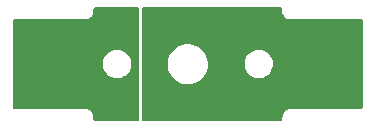
<source format=gbr>
%TF.GenerationSoftware,KiCad,Pcbnew,(6.0.0)*%
%TF.CreationDate,2022-08-17T22:15:53+12:00*%
%TF.ProjectId,TWIST_SWITCH,54574953-545f-4535-9749-5443482e6b69,v1.1*%
%TF.SameCoordinates,Original*%
%TF.FileFunction,Copper,L2,Inr*%
%TF.FilePolarity,Positive*%
%FSLAX46Y46*%
G04 Gerber Fmt 4.6, Leading zero omitted, Abs format (unit mm)*
G04 Created by KiCad (PCBNEW (6.0.0)) date 2022-08-17 22:15:53*
%MOMM*%
%LPD*%
G01*
G04 APERTURE LIST*
%TA.AperFunction,ComponentPad*%
%ADD10C,3.400000*%
%TD*%
%TA.AperFunction,ViaPad*%
%ADD11C,0.700000*%
%TD*%
G04 APERTURE END LIST*
D10*
%TO.N,GND2*%
%TO.C,H3*%
X212000000Y-150000000D03*
%TD*%
%TO.N,GND1*%
%TO.C,H1*%
X188000000Y-150000000D03*
%TD*%
D11*
%TO.N,GND2*%
X204500000Y-152500000D03*
X205500000Y-152500000D03*
X206500000Y-152500000D03*
X206500000Y-148500000D03*
X205500000Y-148500000D03*
X204500000Y-148500000D03*
X204500000Y-149500000D03*
X204500000Y-150500000D03*
X204500000Y-151500000D03*
X205500000Y-151500000D03*
X206500000Y-151500000D03*
X208500000Y-146500000D03*
X208500000Y-149500000D03*
X208500000Y-150500000D03*
X208500000Y-151500000D03*
X208500000Y-152500000D03*
X208500000Y-153500000D03*
X207500000Y-154400000D03*
X207500000Y-153500000D03*
X207500000Y-152500000D03*
X207500000Y-151500000D03*
X207500000Y-150500000D03*
X207500000Y-149500000D03*
X207500000Y-148500000D03*
X207500000Y-145600000D03*
X207500000Y-146500000D03*
X208500000Y-148500000D03*
X204500000Y-147500000D03*
X205500000Y-147500000D03*
X206500000Y-147500000D03*
X207500000Y-147500000D03*
X208500000Y-147500000D03*
%TO.N,GND1*%
X192500000Y-154400000D03*
X192500000Y-153500000D03*
X194500000Y-151500000D03*
X193500000Y-151500000D03*
X192500000Y-151500000D03*
X192500000Y-150500000D03*
X192500000Y-149500000D03*
X193500000Y-148500000D03*
X194500000Y-148500000D03*
X195500000Y-148500000D03*
X195500000Y-149500000D03*
X195500000Y-150500000D03*
X195500000Y-151500000D03*
X195500000Y-152500000D03*
X194500000Y-152500000D03*
X193500000Y-152500000D03*
X192500000Y-152500000D03*
X191500000Y-153500000D03*
X191500000Y-152500000D03*
X191500000Y-151500000D03*
X191500000Y-150500000D03*
X191500000Y-149500000D03*
X191500000Y-148500000D03*
X192500000Y-148500000D03*
X192500000Y-145600000D03*
X192500000Y-146500000D03*
X191500000Y-146500000D03*
X195500000Y-147500000D03*
X194500000Y-147500000D03*
X193500000Y-147500000D03*
X192500000Y-147500000D03*
X191500000Y-147500000D03*
%TO.N,GND2*%
X214500000Y-153500000D03*
X209500000Y-146500000D03*
X213500000Y-151500000D03*
X212500000Y-152500000D03*
X212500000Y-146500000D03*
X209500000Y-147500000D03*
X213500000Y-147500000D03*
X209500000Y-148500000D03*
X212500000Y-147500000D03*
X210500000Y-146500000D03*
X210500000Y-147500000D03*
X209500000Y-153500000D03*
X211500000Y-146500000D03*
X214500000Y-148500000D03*
X214500000Y-151500000D03*
X213500000Y-153500000D03*
X211500000Y-153500000D03*
X214500000Y-147500000D03*
X211500000Y-152500000D03*
X210500000Y-152500000D03*
X214500000Y-152500000D03*
X213500000Y-148500000D03*
X211500000Y-147500000D03*
X214500000Y-146500000D03*
X213500000Y-152500000D03*
X209500000Y-150500000D03*
X213500000Y-146500000D03*
X214500000Y-149500000D03*
X210500000Y-148500000D03*
X209500000Y-151500000D03*
X212500000Y-153500000D03*
X210500000Y-153500000D03*
X209500000Y-149500000D03*
X209500000Y-152500000D03*
X214500000Y-150500000D03*
X210500000Y-151500000D03*
%TO.N,GND1*%
X189500000Y-146500000D03*
X187500000Y-153500000D03*
X187500000Y-147500000D03*
X187500000Y-152500000D03*
X188500000Y-152500000D03*
X185500000Y-149500000D03*
X186500000Y-147500000D03*
X190500000Y-150500000D03*
X185500000Y-151500000D03*
X185500000Y-152500000D03*
X189500000Y-147500000D03*
X185500000Y-148500000D03*
X190500000Y-152500000D03*
X186500000Y-148500000D03*
X189500000Y-152500000D03*
X186500000Y-151500000D03*
X189500000Y-148500000D03*
X186500000Y-153500000D03*
X190500000Y-153500000D03*
X188500000Y-153500000D03*
X190500000Y-147500000D03*
X189500000Y-153500000D03*
X185500000Y-150500000D03*
X190500000Y-151500000D03*
X188500000Y-146500000D03*
X188500000Y-147500000D03*
X185500000Y-153500000D03*
X186500000Y-146500000D03*
X190500000Y-146500000D03*
X190500000Y-149500000D03*
X186500000Y-152500000D03*
X190500000Y-148500000D03*
X187500000Y-146500000D03*
X185500000Y-147500000D03*
X189500000Y-151500000D03*
X185500000Y-146500000D03*
%TD*%
%TA.AperFunction,Conductor*%
%TO.N,GND1*%
G36*
X195842121Y-145220002D02*
G01*
X195888614Y-145273658D01*
X195900000Y-145326000D01*
X195900000Y-154674000D01*
X195879998Y-154742121D01*
X195826342Y-154788614D01*
X195774000Y-154800000D01*
X192126000Y-154800000D01*
X192057879Y-154779998D01*
X192011386Y-154726342D01*
X192000000Y-154674000D01*
X192000000Y-154537312D01*
X192003254Y-154508860D01*
X192005142Y-154500716D01*
X192005143Y-154500000D01*
X192003561Y-154493063D01*
X192003398Y-154491609D01*
X192001274Y-154478540D01*
X191990477Y-154368932D01*
X191989871Y-154362776D01*
X191949845Y-154230825D01*
X191884845Y-154109219D01*
X191797369Y-154002631D01*
X191690781Y-153915155D01*
X191569175Y-153850155D01*
X191503199Y-153830142D01*
X191443142Y-153811924D01*
X191443140Y-153811924D01*
X191437224Y-153810129D01*
X191360856Y-153802607D01*
X191322546Y-153798833D01*
X191309335Y-153796661D01*
X191307669Y-153796469D01*
X191300716Y-153794858D01*
X191300000Y-153794857D01*
X191291282Y-153796846D01*
X191263267Y-153800000D01*
X185326000Y-153800000D01*
X185257879Y-153779998D01*
X185211386Y-153726342D01*
X185200000Y-153674000D01*
X185200000Y-150094594D01*
X192798074Y-150094594D01*
X192799053Y-150100291D01*
X192799053Y-150100292D01*
X192803475Y-150126024D01*
X192835438Y-150312043D01*
X192911804Y-150519043D01*
X193024614Y-150708659D01*
X193170090Y-150874543D01*
X193343360Y-151011137D01*
X193538620Y-151113869D01*
X193749333Y-151179297D01*
X193755070Y-151179976D01*
X193924789Y-151200064D01*
X193924795Y-151200064D01*
X193928476Y-151200500D01*
X194055970Y-151200500D01*
X194219711Y-151185454D01*
X194225273Y-151183885D01*
X194225275Y-151183885D01*
X194325887Y-151155510D01*
X194432064Y-151125565D01*
X194629947Y-151027980D01*
X194652503Y-151011137D01*
X194802109Y-150899420D01*
X194802110Y-150899420D01*
X194806733Y-150895967D01*
X194956501Y-150733949D01*
X195074236Y-150547350D01*
X195155994Y-150342421D01*
X195199038Y-150126024D01*
X195199450Y-150094594D01*
X195201850Y-149911188D01*
X195201926Y-149905406D01*
X195200947Y-149899708D01*
X195165541Y-149693654D01*
X195165541Y-149693653D01*
X195164562Y-149687957D01*
X195088196Y-149480957D01*
X194975386Y-149291341D01*
X194829910Y-149125457D01*
X194656640Y-148988863D01*
X194461380Y-148886131D01*
X194250667Y-148820703D01*
X194236718Y-148819052D01*
X194075211Y-148799936D01*
X194075205Y-148799936D01*
X194071524Y-148799500D01*
X193944030Y-148799500D01*
X193780289Y-148814546D01*
X193774727Y-148816115D01*
X193774725Y-148816115D01*
X193674113Y-148844490D01*
X193567936Y-148874435D01*
X193370053Y-148972020D01*
X193365427Y-148975474D01*
X193365426Y-148975475D01*
X193342709Y-148992439D01*
X193193267Y-149104033D01*
X193043499Y-149266051D01*
X192925764Y-149452650D01*
X192844006Y-149657579D01*
X192800962Y-149873976D01*
X192800886Y-149879751D01*
X192800886Y-149879755D01*
X192800475Y-149911188D01*
X192798074Y-150094594D01*
X185200000Y-150094594D01*
X185200000Y-146326000D01*
X185220002Y-146257879D01*
X185273658Y-146211386D01*
X185326000Y-146200000D01*
X191262688Y-146200000D01*
X191291137Y-146203254D01*
X191299284Y-146205142D01*
X191300000Y-146205143D01*
X191306937Y-146203561D01*
X191308391Y-146203398D01*
X191321460Y-146201274D01*
X191373459Y-146196152D01*
X191437224Y-146189871D01*
X191443140Y-146188076D01*
X191443142Y-146188076D01*
X191503200Y-146169858D01*
X191569175Y-146149845D01*
X191690781Y-146084845D01*
X191738785Y-146045449D01*
X191792589Y-146001292D01*
X191797369Y-145997369D01*
X191884845Y-145890781D01*
X191949845Y-145769175D01*
X191989871Y-145637224D01*
X192001167Y-145522546D01*
X192003339Y-145509335D01*
X192003531Y-145507669D01*
X192005142Y-145500716D01*
X192005143Y-145500000D01*
X192003154Y-145491282D01*
X192000000Y-145463267D01*
X192000000Y-145326000D01*
X192020002Y-145257879D01*
X192073658Y-145211386D01*
X192126000Y-145200000D01*
X195774000Y-145200000D01*
X195842121Y-145220002D01*
G37*
%TD.AperFunction*%
%TD*%
%TA.AperFunction,Conductor*%
%TO.N,GND2*%
G36*
X207942121Y-145220002D02*
G01*
X207988614Y-145273658D01*
X208000000Y-145326000D01*
X208000000Y-145462688D01*
X207996746Y-145491137D01*
X207994858Y-145499284D01*
X207994857Y-145500000D01*
X207996439Y-145506937D01*
X207996602Y-145508391D01*
X207998726Y-145521460D01*
X208010129Y-145637224D01*
X208050155Y-145769175D01*
X208115155Y-145890781D01*
X208119080Y-145895564D01*
X208119081Y-145895565D01*
X208198708Y-145992589D01*
X208202631Y-145997369D01*
X208309219Y-146084845D01*
X208430825Y-146149845D01*
X208496800Y-146169858D01*
X208556858Y-146188076D01*
X208556860Y-146188076D01*
X208562776Y-146189871D01*
X208639144Y-146197393D01*
X208677454Y-146201167D01*
X208690665Y-146203339D01*
X208692331Y-146203531D01*
X208699284Y-146205142D01*
X208700000Y-146205143D01*
X208708718Y-146203154D01*
X208736733Y-146200000D01*
X214674000Y-146200000D01*
X214742121Y-146220002D01*
X214788614Y-146273658D01*
X214800000Y-146326000D01*
X214800000Y-153674000D01*
X214779998Y-153742121D01*
X214726342Y-153788614D01*
X214674000Y-153800000D01*
X208747312Y-153800000D01*
X208718863Y-153796746D01*
X208710716Y-153794858D01*
X208710000Y-153794857D01*
X208703063Y-153796439D01*
X208701609Y-153796602D01*
X208688540Y-153798726D01*
X208636541Y-153803848D01*
X208572776Y-153810129D01*
X208566860Y-153811924D01*
X208566858Y-153811924D01*
X208506801Y-153830142D01*
X208440825Y-153850155D01*
X208319219Y-153915155D01*
X208314436Y-153919080D01*
X208314435Y-153919081D01*
X208217411Y-153998708D01*
X208212631Y-154002631D01*
X208125155Y-154109219D01*
X208060155Y-154230825D01*
X208020129Y-154362776D01*
X208019523Y-154368932D01*
X208008833Y-154477454D01*
X208006661Y-154490665D01*
X208006469Y-154492331D01*
X208004858Y-154499284D01*
X208004857Y-154500000D01*
X208006846Y-154508718D01*
X208010000Y-154536733D01*
X208010000Y-154674000D01*
X207989998Y-154742121D01*
X207936342Y-154788614D01*
X207884000Y-154800000D01*
X196226000Y-154800000D01*
X196157879Y-154779998D01*
X196111386Y-154726342D01*
X196100000Y-154674000D01*
X196100000Y-149910741D01*
X198296833Y-149910741D01*
X198302929Y-150169390D01*
X198348078Y-150424142D01*
X198431241Y-150669133D01*
X198550505Y-150898725D01*
X198703125Y-151107636D01*
X198706499Y-151111028D01*
X198706501Y-151111030D01*
X198720960Y-151125565D01*
X198885589Y-151291058D01*
X198889435Y-151293899D01*
X198889440Y-151293903D01*
X199037012Y-151402901D01*
X199093698Y-151444770D01*
X199097928Y-151446996D01*
X199097932Y-151446998D01*
X199318426Y-151563005D01*
X199322663Y-151565234D01*
X199567215Y-151649679D01*
X199821726Y-151696161D01*
X199904519Y-151700500D01*
X200065782Y-151700500D01*
X200068161Y-151700319D01*
X200068162Y-151700319D01*
X200253209Y-151686243D01*
X200253214Y-151686242D01*
X200257976Y-151685880D01*
X200262630Y-151684801D01*
X200262632Y-151684801D01*
X200505351Y-151628542D01*
X200505350Y-151628542D01*
X200510015Y-151627461D01*
X200750318Y-151531590D01*
X200973354Y-151400473D01*
X200977065Y-151397452D01*
X200977069Y-151397449D01*
X201170279Y-151240151D01*
X201173991Y-151237129D01*
X201347613Y-151045315D01*
X201372555Y-151007561D01*
X201487584Y-150833440D01*
X201490222Y-150829447D01*
X201514113Y-150777625D01*
X201596532Y-150598843D01*
X201596533Y-150598840D01*
X201598538Y-150594491D01*
X201670068Y-150345855D01*
X201674430Y-150312043D01*
X201702479Y-150094594D01*
X204798074Y-150094594D01*
X204799053Y-150100291D01*
X204799053Y-150100292D01*
X204811735Y-150174095D01*
X204835438Y-150312043D01*
X204911804Y-150519043D01*
X204914756Y-150524004D01*
X204914756Y-150524005D01*
X205003622Y-150673374D01*
X205024614Y-150708659D01*
X205170090Y-150874543D01*
X205343360Y-151011137D01*
X205538620Y-151113869D01*
X205749333Y-151179297D01*
X205755070Y-151179976D01*
X205924789Y-151200064D01*
X205924795Y-151200064D01*
X205928476Y-151200500D01*
X206055970Y-151200500D01*
X206219711Y-151185454D01*
X206225273Y-151183885D01*
X206225275Y-151183885D01*
X206325887Y-151155510D01*
X206432064Y-151125565D01*
X206629947Y-151027980D01*
X206641787Y-151019139D01*
X206802109Y-150899420D01*
X206802110Y-150899420D01*
X206806733Y-150895967D01*
X206956501Y-150733949D01*
X207074236Y-150547350D01*
X207155994Y-150342421D01*
X207199038Y-150126024D01*
X207199450Y-150094594D01*
X207200938Y-149980861D01*
X207201926Y-149905406D01*
X207199729Y-149892621D01*
X207165541Y-149693654D01*
X207165541Y-149693653D01*
X207164562Y-149687957D01*
X207088196Y-149480957D01*
X207014027Y-149356291D01*
X206978340Y-149296306D01*
X206978339Y-149296305D01*
X206975386Y-149291341D01*
X206829910Y-149125457D01*
X206656640Y-148988863D01*
X206461380Y-148886131D01*
X206250667Y-148820703D01*
X206236718Y-148819052D01*
X206075211Y-148799936D01*
X206075205Y-148799936D01*
X206071524Y-148799500D01*
X205944030Y-148799500D01*
X205780289Y-148814546D01*
X205774727Y-148816115D01*
X205774725Y-148816115D01*
X205674113Y-148844490D01*
X205567936Y-148874435D01*
X205370053Y-148972020D01*
X205365427Y-148975474D01*
X205365426Y-148975475D01*
X205342709Y-148992439D01*
X205193267Y-149104033D01*
X205043499Y-149266051D01*
X204925764Y-149452650D01*
X204844006Y-149657579D01*
X204800962Y-149873976D01*
X204800886Y-149879751D01*
X204800886Y-149879755D01*
X204800475Y-149911188D01*
X204798074Y-150094594D01*
X201702479Y-150094594D01*
X201702556Y-150093996D01*
X201703167Y-150089259D01*
X201697071Y-149830610D01*
X201651922Y-149575858D01*
X201568759Y-149330867D01*
X201449495Y-149101275D01*
X201296875Y-148892364D01*
X201293353Y-148888823D01*
X201117786Y-148712335D01*
X201114411Y-148708942D01*
X201110565Y-148706101D01*
X201110560Y-148706097D01*
X200910154Y-148558075D01*
X200910153Y-148558074D01*
X200906302Y-148555230D01*
X200902072Y-148553004D01*
X200902068Y-148553002D01*
X200681574Y-148436995D01*
X200681572Y-148436994D01*
X200677337Y-148434766D01*
X200432785Y-148350321D01*
X200178274Y-148303839D01*
X200095481Y-148299500D01*
X199934218Y-148299500D01*
X199931839Y-148299681D01*
X199931838Y-148299681D01*
X199746791Y-148313757D01*
X199746786Y-148313758D01*
X199742024Y-148314120D01*
X199737370Y-148315199D01*
X199737368Y-148315199D01*
X199589551Y-148349461D01*
X199489985Y-148372539D01*
X199249682Y-148468410D01*
X199026646Y-148599527D01*
X199022935Y-148602548D01*
X199022931Y-148602551D01*
X198888083Y-148712335D01*
X198826009Y-148762871D01*
X198652387Y-148954685D01*
X198649746Y-148958683D01*
X198649745Y-148958684D01*
X198609807Y-149019139D01*
X198509778Y-149170553D01*
X198507777Y-149174893D01*
X198507775Y-149174897D01*
X198403468Y-149401157D01*
X198401462Y-149405509D01*
X198329932Y-149654145D01*
X198329321Y-149658883D01*
X198329320Y-149658887D01*
X198314004Y-149777625D01*
X198296833Y-149910741D01*
X196100000Y-149910741D01*
X196100000Y-145326000D01*
X196120002Y-145257879D01*
X196173658Y-145211386D01*
X196226000Y-145200000D01*
X207874000Y-145200000D01*
X207942121Y-145220002D01*
G37*
%TD.AperFunction*%
%TD*%
M02*

</source>
